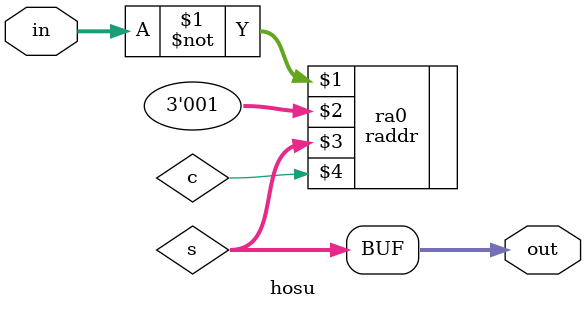
<source format=sv>
module hosu(input [2:0] in,output logic [2:0] out);
    //補数表現を作成
    logic [2:0] s;
    raddr ra0(~in,3'b001,s,c);//反転して1を足す
    assign out = s;
endmodule

</source>
